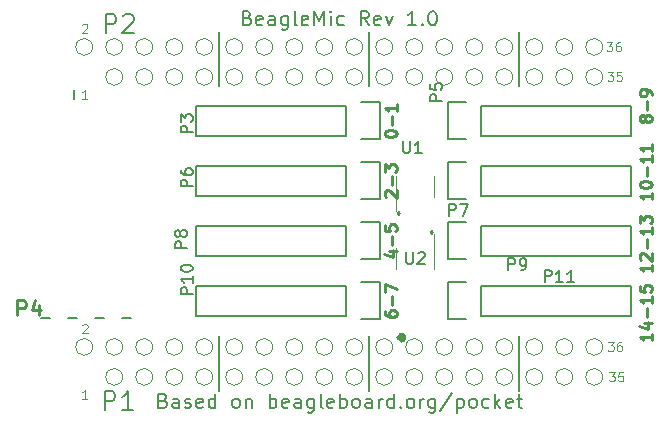
<source format=gto>
G04 #@! TF.FileFunction,Legend,Top*
%FSLAX46Y46*%
G04 Gerber Fmt 4.6, Leading zero omitted, Abs format (unit mm)*
G04 Created by KiCad (PCBNEW 4.0.5+dfsg1-4) date Sun Nov 25 11:48:41 2018*
%MOMM*%
%LPD*%
G01*
G04 APERTURE LIST*
%ADD10C,0.100000*%
%ADD11C,0.250000*%
%ADD12C,0.190500*%
%ADD13C,0.150000*%
%ADD14C,0.500000*%
%ADD15C,0.097536*%
%ADD16C,0.120000*%
%ADD17C,0.254000*%
%ADD18C,0.198120*%
G04 APERTURE END LIST*
D10*
D11*
X156257143Y-106700000D02*
X156304762Y-106652381D01*
X156352381Y-106700000D01*
X156304762Y-106747619D01*
X156257143Y-106700000D01*
X156352381Y-106700000D01*
X153457143Y-105100000D02*
X153504762Y-105052381D01*
X153552381Y-105100000D01*
X153504762Y-105147619D01*
X153457143Y-105100000D01*
X153552381Y-105100000D01*
X174950381Y-103361904D02*
X174950381Y-103933333D01*
X174950381Y-103647619D02*
X173950381Y-103647619D01*
X174093238Y-103742857D01*
X174188476Y-103838095D01*
X174236095Y-103933333D01*
X173950381Y-102742857D02*
X173950381Y-102647618D01*
X173998000Y-102552380D01*
X174045619Y-102504761D01*
X174140857Y-102457142D01*
X174331333Y-102409523D01*
X174569429Y-102409523D01*
X174759905Y-102457142D01*
X174855143Y-102504761D01*
X174902762Y-102552380D01*
X174950381Y-102647618D01*
X174950381Y-102742857D01*
X174902762Y-102838095D01*
X174855143Y-102885714D01*
X174759905Y-102933333D01*
X174569429Y-102980952D01*
X174331333Y-102980952D01*
X174140857Y-102933333D01*
X174045619Y-102885714D01*
X173998000Y-102838095D01*
X173950381Y-102742857D01*
X174569429Y-101980952D02*
X174569429Y-101219047D01*
X174950381Y-100219047D02*
X174950381Y-100790476D01*
X174950381Y-100504762D02*
X173950381Y-100504762D01*
X174093238Y-100600000D01*
X174188476Y-100695238D01*
X174236095Y-100790476D01*
X174950381Y-99266666D02*
X174950381Y-99838095D01*
X174950381Y-99552381D02*
X173950381Y-99552381D01*
X174093238Y-99647619D01*
X174188476Y-99742857D01*
X174236095Y-99838095D01*
X174378952Y-97202476D02*
X174331333Y-97297714D01*
X174283714Y-97345333D01*
X174188476Y-97392952D01*
X174140857Y-97392952D01*
X174045619Y-97345333D01*
X173998000Y-97297714D01*
X173950381Y-97202476D01*
X173950381Y-97011999D01*
X173998000Y-96916761D01*
X174045619Y-96869142D01*
X174140857Y-96821523D01*
X174188476Y-96821523D01*
X174283714Y-96869142D01*
X174331333Y-96916761D01*
X174378952Y-97011999D01*
X174378952Y-97202476D01*
X174426571Y-97297714D01*
X174474190Y-97345333D01*
X174569429Y-97392952D01*
X174759905Y-97392952D01*
X174855143Y-97345333D01*
X174902762Y-97297714D01*
X174950381Y-97202476D01*
X174950381Y-97011999D01*
X174902762Y-96916761D01*
X174855143Y-96869142D01*
X174759905Y-96821523D01*
X174569429Y-96821523D01*
X174474190Y-96869142D01*
X174426571Y-96916761D01*
X174378952Y-97011999D01*
X174569429Y-96392952D02*
X174569429Y-95631047D01*
X174950381Y-95107238D02*
X174950381Y-94916762D01*
X174902762Y-94821523D01*
X174855143Y-94773904D01*
X174712286Y-94678666D01*
X174521810Y-94631047D01*
X174140857Y-94631047D01*
X174045619Y-94678666D01*
X173998000Y-94726285D01*
X173950381Y-94821523D01*
X173950381Y-95012000D01*
X173998000Y-95107238D01*
X174045619Y-95154857D01*
X174140857Y-95202476D01*
X174378952Y-95202476D01*
X174474190Y-95154857D01*
X174521810Y-95107238D01*
X174569429Y-95012000D01*
X174569429Y-94821523D01*
X174521810Y-94726285D01*
X174474190Y-94678666D01*
X174378952Y-94631047D01*
X174950381Y-109457904D02*
X174950381Y-110029333D01*
X174950381Y-109743619D02*
X173950381Y-109743619D01*
X174093238Y-109838857D01*
X174188476Y-109934095D01*
X174236095Y-110029333D01*
X174045619Y-109076952D02*
X173998000Y-109029333D01*
X173950381Y-108934095D01*
X173950381Y-108695999D01*
X173998000Y-108600761D01*
X174045619Y-108553142D01*
X174140857Y-108505523D01*
X174236095Y-108505523D01*
X174378952Y-108553142D01*
X174950381Y-109124571D01*
X174950381Y-108505523D01*
X174569429Y-108076952D02*
X174569429Y-107315047D01*
X174950381Y-106315047D02*
X174950381Y-106886476D01*
X174950381Y-106600762D02*
X173950381Y-106600762D01*
X174093238Y-106696000D01*
X174188476Y-106791238D01*
X174236095Y-106886476D01*
X173950381Y-105981714D02*
X173950381Y-105362666D01*
X174331333Y-105696000D01*
X174331333Y-105553142D01*
X174378952Y-105457904D01*
X174426571Y-105410285D01*
X174521810Y-105362666D01*
X174759905Y-105362666D01*
X174855143Y-105410285D01*
X174902762Y-105457904D01*
X174950381Y-105553142D01*
X174950381Y-105838857D01*
X174902762Y-105934095D01*
X174855143Y-105981714D01*
X174950381Y-115299904D02*
X174950381Y-115871333D01*
X174950381Y-115585619D02*
X173950381Y-115585619D01*
X174093238Y-115680857D01*
X174188476Y-115776095D01*
X174236095Y-115871333D01*
X174283714Y-114442761D02*
X174950381Y-114442761D01*
X173902762Y-114680857D02*
X174617048Y-114918952D01*
X174617048Y-114299904D01*
X174569429Y-113918952D02*
X174569429Y-113157047D01*
X174950381Y-112157047D02*
X174950381Y-112728476D01*
X174950381Y-112442762D02*
X173950381Y-112442762D01*
X174093238Y-112538000D01*
X174188476Y-112633238D01*
X174236095Y-112728476D01*
X173950381Y-111252285D02*
X173950381Y-111728476D01*
X174426571Y-111776095D01*
X174378952Y-111728476D01*
X174331333Y-111633238D01*
X174331333Y-111395142D01*
X174378952Y-111299904D01*
X174426571Y-111252285D01*
X174521810Y-111204666D01*
X174759905Y-111204666D01*
X174855143Y-111252285D01*
X174902762Y-111299904D01*
X174950381Y-111395142D01*
X174950381Y-111633238D01*
X174902762Y-111728476D01*
X174855143Y-111776095D01*
X152360381Y-113426761D02*
X152360381Y-113617238D01*
X152408000Y-113712476D01*
X152455619Y-113760095D01*
X152598476Y-113855333D01*
X152788952Y-113902952D01*
X153169905Y-113902952D01*
X153265143Y-113855333D01*
X153312762Y-113807714D01*
X153360381Y-113712476D01*
X153360381Y-113521999D01*
X153312762Y-113426761D01*
X153265143Y-113379142D01*
X153169905Y-113331523D01*
X152931810Y-113331523D01*
X152836571Y-113379142D01*
X152788952Y-113426761D01*
X152741333Y-113521999D01*
X152741333Y-113712476D01*
X152788952Y-113807714D01*
X152836571Y-113855333D01*
X152931810Y-113902952D01*
X152979429Y-112902952D02*
X152979429Y-112141047D01*
X152360381Y-111760095D02*
X152360381Y-111093428D01*
X153360381Y-111522000D01*
X152693714Y-108346761D02*
X153360381Y-108346761D01*
X152312762Y-108584857D02*
X153027048Y-108822952D01*
X153027048Y-108203904D01*
X152979429Y-107822952D02*
X152979429Y-107061047D01*
X152360381Y-106108666D02*
X152360381Y-106584857D01*
X152836571Y-106632476D01*
X152788952Y-106584857D01*
X152741333Y-106489619D01*
X152741333Y-106251523D01*
X152788952Y-106156285D01*
X152836571Y-106108666D01*
X152931810Y-106061047D01*
X153169905Y-106061047D01*
X153265143Y-106108666D01*
X153312762Y-106156285D01*
X153360381Y-106251523D01*
X153360381Y-106489619D01*
X153312762Y-106584857D01*
X153265143Y-106632476D01*
X152455619Y-103742952D02*
X152408000Y-103695333D01*
X152360381Y-103600095D01*
X152360381Y-103361999D01*
X152408000Y-103266761D01*
X152455619Y-103219142D01*
X152550857Y-103171523D01*
X152646095Y-103171523D01*
X152788952Y-103219142D01*
X153360381Y-103790571D01*
X153360381Y-103171523D01*
X152979429Y-102742952D02*
X152979429Y-101981047D01*
X152360381Y-101600095D02*
X152360381Y-100981047D01*
X152741333Y-101314381D01*
X152741333Y-101171523D01*
X152788952Y-101076285D01*
X152836571Y-101028666D01*
X152931810Y-100981047D01*
X153169905Y-100981047D01*
X153265143Y-101028666D01*
X153312762Y-101076285D01*
X153360381Y-101171523D01*
X153360381Y-101457238D01*
X153312762Y-101552476D01*
X153265143Y-101600095D01*
X152360381Y-98424857D02*
X152360381Y-98329618D01*
X152408000Y-98234380D01*
X152455619Y-98186761D01*
X152550857Y-98139142D01*
X152741333Y-98091523D01*
X152979429Y-98091523D01*
X153169905Y-98139142D01*
X153265143Y-98186761D01*
X153312762Y-98234380D01*
X153360381Y-98329618D01*
X153360381Y-98424857D01*
X153312762Y-98520095D01*
X153265143Y-98567714D01*
X153169905Y-98615333D01*
X152979429Y-98662952D01*
X152741333Y-98662952D01*
X152550857Y-98615333D01*
X152455619Y-98567714D01*
X152408000Y-98520095D01*
X152360381Y-98424857D01*
X152979429Y-97662952D02*
X152979429Y-96901047D01*
X153360381Y-95901047D02*
X153360381Y-96472476D01*
X153360381Y-96186762D02*
X152360381Y-96186762D01*
X152503238Y-96282000D01*
X152598476Y-96377238D01*
X152646095Y-96472476D01*
D12*
X140724503Y-88565571D02*
X140896860Y-88623024D01*
X140954312Y-88680476D01*
X141011764Y-88795381D01*
X141011764Y-88967738D01*
X140954312Y-89082643D01*
X140896860Y-89140095D01*
X140781955Y-89197548D01*
X140322336Y-89197548D01*
X140322336Y-87991048D01*
X140724503Y-87991048D01*
X140839407Y-88048500D01*
X140896860Y-88105952D01*
X140954312Y-88220857D01*
X140954312Y-88335762D01*
X140896860Y-88450667D01*
X140839407Y-88508119D01*
X140724503Y-88565571D01*
X140322336Y-88565571D01*
X141988455Y-89140095D02*
X141873550Y-89197548D01*
X141643741Y-89197548D01*
X141528836Y-89140095D01*
X141471384Y-89025190D01*
X141471384Y-88565571D01*
X141528836Y-88450667D01*
X141643741Y-88393214D01*
X141873550Y-88393214D01*
X141988455Y-88450667D01*
X142045907Y-88565571D01*
X142045907Y-88680476D01*
X141471384Y-88795381D01*
X143080050Y-89197548D02*
X143080050Y-88565571D01*
X143022598Y-88450667D01*
X142907693Y-88393214D01*
X142677884Y-88393214D01*
X142562979Y-88450667D01*
X143080050Y-89140095D02*
X142965146Y-89197548D01*
X142677884Y-89197548D01*
X142562979Y-89140095D01*
X142505527Y-89025190D01*
X142505527Y-88910286D01*
X142562979Y-88795381D01*
X142677884Y-88737929D01*
X142965146Y-88737929D01*
X143080050Y-88680476D01*
X144171645Y-88393214D02*
X144171645Y-89369905D01*
X144114193Y-89484810D01*
X144056741Y-89542262D01*
X143941836Y-89599714D01*
X143769479Y-89599714D01*
X143654574Y-89542262D01*
X144171645Y-89140095D02*
X144056741Y-89197548D01*
X143826931Y-89197548D01*
X143712026Y-89140095D01*
X143654574Y-89082643D01*
X143597122Y-88967738D01*
X143597122Y-88623024D01*
X143654574Y-88508119D01*
X143712026Y-88450667D01*
X143826931Y-88393214D01*
X144056741Y-88393214D01*
X144171645Y-88450667D01*
X144918526Y-89197548D02*
X144803621Y-89140095D01*
X144746169Y-89025190D01*
X144746169Y-87991048D01*
X145837764Y-89140095D02*
X145722859Y-89197548D01*
X145493050Y-89197548D01*
X145378145Y-89140095D01*
X145320693Y-89025190D01*
X145320693Y-88565571D01*
X145378145Y-88450667D01*
X145493050Y-88393214D01*
X145722859Y-88393214D01*
X145837764Y-88450667D01*
X145895216Y-88565571D01*
X145895216Y-88680476D01*
X145320693Y-88795381D01*
X146412288Y-89197548D02*
X146412288Y-87991048D01*
X146814455Y-88852833D01*
X147216621Y-87991048D01*
X147216621Y-89197548D01*
X147791145Y-89197548D02*
X147791145Y-88393214D01*
X147791145Y-87991048D02*
X147733693Y-88048500D01*
X147791145Y-88105952D01*
X147848597Y-88048500D01*
X147791145Y-87991048D01*
X147791145Y-88105952D01*
X148882740Y-89140095D02*
X148767836Y-89197548D01*
X148538026Y-89197548D01*
X148423121Y-89140095D01*
X148365669Y-89082643D01*
X148308217Y-88967738D01*
X148308217Y-88623024D01*
X148365669Y-88508119D01*
X148423121Y-88450667D01*
X148538026Y-88393214D01*
X148767836Y-88393214D01*
X148882740Y-88450667D01*
X151008478Y-89197548D02*
X150606312Y-88623024D01*
X150319050Y-89197548D02*
X150319050Y-87991048D01*
X150778669Y-87991048D01*
X150893574Y-88048500D01*
X150951026Y-88105952D01*
X151008478Y-88220857D01*
X151008478Y-88393214D01*
X150951026Y-88508119D01*
X150893574Y-88565571D01*
X150778669Y-88623024D01*
X150319050Y-88623024D01*
X151985169Y-89140095D02*
X151870264Y-89197548D01*
X151640455Y-89197548D01*
X151525550Y-89140095D01*
X151468098Y-89025190D01*
X151468098Y-88565571D01*
X151525550Y-88450667D01*
X151640455Y-88393214D01*
X151870264Y-88393214D01*
X151985169Y-88450667D01*
X152042621Y-88565571D01*
X152042621Y-88680476D01*
X151468098Y-88795381D01*
X152444788Y-88393214D02*
X152732050Y-89197548D01*
X153019312Y-88393214D01*
X155030145Y-89197548D02*
X154340717Y-89197548D01*
X154685431Y-89197548D02*
X154685431Y-87991048D01*
X154570526Y-88163405D01*
X154455621Y-88278310D01*
X154340717Y-88335762D01*
X155547217Y-89082643D02*
X155604669Y-89140095D01*
X155547217Y-89197548D01*
X155489765Y-89140095D01*
X155547217Y-89082643D01*
X155547217Y-89197548D01*
X156351550Y-87991048D02*
X156466455Y-87991048D01*
X156581360Y-88048500D01*
X156638812Y-88105952D01*
X156696265Y-88220857D01*
X156753717Y-88450667D01*
X156753717Y-88737929D01*
X156696265Y-88967738D01*
X156638812Y-89082643D01*
X156581360Y-89140095D01*
X156466455Y-89197548D01*
X156351550Y-89197548D01*
X156236646Y-89140095D01*
X156179193Y-89082643D01*
X156121741Y-88967738D01*
X156064289Y-88737929D01*
X156064289Y-88450667D01*
X156121741Y-88220857D01*
X156179193Y-88105952D01*
X156236646Y-88048500D01*
X156351550Y-87991048D01*
X133600410Y-120975971D02*
X133772767Y-121033424D01*
X133830219Y-121090876D01*
X133887671Y-121205781D01*
X133887671Y-121378138D01*
X133830219Y-121493043D01*
X133772767Y-121550495D01*
X133657862Y-121607948D01*
X133198243Y-121607948D01*
X133198243Y-120401448D01*
X133600410Y-120401448D01*
X133715314Y-120458900D01*
X133772767Y-120516352D01*
X133830219Y-120631257D01*
X133830219Y-120746162D01*
X133772767Y-120861067D01*
X133715314Y-120918519D01*
X133600410Y-120975971D01*
X133198243Y-120975971D01*
X134921814Y-121607948D02*
X134921814Y-120975971D01*
X134864362Y-120861067D01*
X134749457Y-120803614D01*
X134519648Y-120803614D01*
X134404743Y-120861067D01*
X134921814Y-121550495D02*
X134806910Y-121607948D01*
X134519648Y-121607948D01*
X134404743Y-121550495D01*
X134347291Y-121435590D01*
X134347291Y-121320686D01*
X134404743Y-121205781D01*
X134519648Y-121148329D01*
X134806910Y-121148329D01*
X134921814Y-121090876D01*
X135438886Y-121550495D02*
X135553790Y-121607948D01*
X135783600Y-121607948D01*
X135898505Y-121550495D01*
X135955957Y-121435590D01*
X135955957Y-121378138D01*
X135898505Y-121263233D01*
X135783600Y-121205781D01*
X135611243Y-121205781D01*
X135496338Y-121148329D01*
X135438886Y-121033424D01*
X135438886Y-120975971D01*
X135496338Y-120861067D01*
X135611243Y-120803614D01*
X135783600Y-120803614D01*
X135898505Y-120861067D01*
X136932647Y-121550495D02*
X136817742Y-121607948D01*
X136587933Y-121607948D01*
X136473028Y-121550495D01*
X136415576Y-121435590D01*
X136415576Y-120975971D01*
X136473028Y-120861067D01*
X136587933Y-120803614D01*
X136817742Y-120803614D01*
X136932647Y-120861067D01*
X136990099Y-120975971D01*
X136990099Y-121090876D01*
X136415576Y-121205781D01*
X138024242Y-121607948D02*
X138024242Y-120401448D01*
X138024242Y-121550495D02*
X137909338Y-121607948D01*
X137679528Y-121607948D01*
X137564623Y-121550495D01*
X137507171Y-121493043D01*
X137449719Y-121378138D01*
X137449719Y-121033424D01*
X137507171Y-120918519D01*
X137564623Y-120861067D01*
X137679528Y-120803614D01*
X137909338Y-120803614D01*
X138024242Y-120861067D01*
X139690361Y-121607948D02*
X139575456Y-121550495D01*
X139518004Y-121493043D01*
X139460552Y-121378138D01*
X139460552Y-121033424D01*
X139518004Y-120918519D01*
X139575456Y-120861067D01*
X139690361Y-120803614D01*
X139862718Y-120803614D01*
X139977623Y-120861067D01*
X140035075Y-120918519D01*
X140092528Y-121033424D01*
X140092528Y-121378138D01*
X140035075Y-121493043D01*
X139977623Y-121550495D01*
X139862718Y-121607948D01*
X139690361Y-121607948D01*
X140609599Y-120803614D02*
X140609599Y-121607948D01*
X140609599Y-120918519D02*
X140667051Y-120861067D01*
X140781956Y-120803614D01*
X140954313Y-120803614D01*
X141069218Y-120861067D01*
X141126670Y-120975971D01*
X141126670Y-121607948D01*
X142620432Y-121607948D02*
X142620432Y-120401448D01*
X142620432Y-120861067D02*
X142735337Y-120803614D01*
X142965146Y-120803614D01*
X143080051Y-120861067D01*
X143137503Y-120918519D01*
X143194956Y-121033424D01*
X143194956Y-121378138D01*
X143137503Y-121493043D01*
X143080051Y-121550495D01*
X142965146Y-121607948D01*
X142735337Y-121607948D01*
X142620432Y-121550495D01*
X144171646Y-121550495D02*
X144056741Y-121607948D01*
X143826932Y-121607948D01*
X143712027Y-121550495D01*
X143654575Y-121435590D01*
X143654575Y-120975971D01*
X143712027Y-120861067D01*
X143826932Y-120803614D01*
X144056741Y-120803614D01*
X144171646Y-120861067D01*
X144229098Y-120975971D01*
X144229098Y-121090876D01*
X143654575Y-121205781D01*
X145263241Y-121607948D02*
X145263241Y-120975971D01*
X145205789Y-120861067D01*
X145090884Y-120803614D01*
X144861075Y-120803614D01*
X144746170Y-120861067D01*
X145263241Y-121550495D02*
X145148337Y-121607948D01*
X144861075Y-121607948D01*
X144746170Y-121550495D01*
X144688718Y-121435590D01*
X144688718Y-121320686D01*
X144746170Y-121205781D01*
X144861075Y-121148329D01*
X145148337Y-121148329D01*
X145263241Y-121090876D01*
X146354836Y-120803614D02*
X146354836Y-121780305D01*
X146297384Y-121895210D01*
X146239932Y-121952662D01*
X146125027Y-122010114D01*
X145952670Y-122010114D01*
X145837765Y-121952662D01*
X146354836Y-121550495D02*
X146239932Y-121607948D01*
X146010122Y-121607948D01*
X145895217Y-121550495D01*
X145837765Y-121493043D01*
X145780313Y-121378138D01*
X145780313Y-121033424D01*
X145837765Y-120918519D01*
X145895217Y-120861067D01*
X146010122Y-120803614D01*
X146239932Y-120803614D01*
X146354836Y-120861067D01*
X147101717Y-121607948D02*
X146986812Y-121550495D01*
X146929360Y-121435590D01*
X146929360Y-120401448D01*
X148020955Y-121550495D02*
X147906050Y-121607948D01*
X147676241Y-121607948D01*
X147561336Y-121550495D01*
X147503884Y-121435590D01*
X147503884Y-120975971D01*
X147561336Y-120861067D01*
X147676241Y-120803614D01*
X147906050Y-120803614D01*
X148020955Y-120861067D01*
X148078407Y-120975971D01*
X148078407Y-121090876D01*
X147503884Y-121205781D01*
X148595479Y-121607948D02*
X148595479Y-120401448D01*
X148595479Y-120861067D02*
X148710384Y-120803614D01*
X148940193Y-120803614D01*
X149055098Y-120861067D01*
X149112550Y-120918519D01*
X149170003Y-121033424D01*
X149170003Y-121378138D01*
X149112550Y-121493043D01*
X149055098Y-121550495D01*
X148940193Y-121607948D01*
X148710384Y-121607948D01*
X148595479Y-121550495D01*
X149859431Y-121607948D02*
X149744526Y-121550495D01*
X149687074Y-121493043D01*
X149629622Y-121378138D01*
X149629622Y-121033424D01*
X149687074Y-120918519D01*
X149744526Y-120861067D01*
X149859431Y-120803614D01*
X150031788Y-120803614D01*
X150146693Y-120861067D01*
X150204145Y-120918519D01*
X150261598Y-121033424D01*
X150261598Y-121378138D01*
X150204145Y-121493043D01*
X150146693Y-121550495D01*
X150031788Y-121607948D01*
X149859431Y-121607948D01*
X151295740Y-121607948D02*
X151295740Y-120975971D01*
X151238288Y-120861067D01*
X151123383Y-120803614D01*
X150893574Y-120803614D01*
X150778669Y-120861067D01*
X151295740Y-121550495D02*
X151180836Y-121607948D01*
X150893574Y-121607948D01*
X150778669Y-121550495D01*
X150721217Y-121435590D01*
X150721217Y-121320686D01*
X150778669Y-121205781D01*
X150893574Y-121148329D01*
X151180836Y-121148329D01*
X151295740Y-121090876D01*
X151870264Y-121607948D02*
X151870264Y-120803614D01*
X151870264Y-121033424D02*
X151927716Y-120918519D01*
X151985169Y-120861067D01*
X152100073Y-120803614D01*
X152214978Y-120803614D01*
X153134216Y-121607948D02*
X153134216Y-120401448D01*
X153134216Y-121550495D02*
X153019312Y-121607948D01*
X152789502Y-121607948D01*
X152674597Y-121550495D01*
X152617145Y-121493043D01*
X152559693Y-121378138D01*
X152559693Y-121033424D01*
X152617145Y-120918519D01*
X152674597Y-120861067D01*
X152789502Y-120803614D01*
X153019312Y-120803614D01*
X153134216Y-120861067D01*
X153708740Y-121493043D02*
X153766192Y-121550495D01*
X153708740Y-121607948D01*
X153651288Y-121550495D01*
X153708740Y-121493043D01*
X153708740Y-121607948D01*
X154455621Y-121607948D02*
X154340716Y-121550495D01*
X154283264Y-121493043D01*
X154225812Y-121378138D01*
X154225812Y-121033424D01*
X154283264Y-120918519D01*
X154340716Y-120861067D01*
X154455621Y-120803614D01*
X154627978Y-120803614D01*
X154742883Y-120861067D01*
X154800335Y-120918519D01*
X154857788Y-121033424D01*
X154857788Y-121378138D01*
X154800335Y-121493043D01*
X154742883Y-121550495D01*
X154627978Y-121607948D01*
X154455621Y-121607948D01*
X155374859Y-121607948D02*
X155374859Y-120803614D01*
X155374859Y-121033424D02*
X155432311Y-120918519D01*
X155489764Y-120861067D01*
X155604668Y-120803614D01*
X155719573Y-120803614D01*
X156638811Y-120803614D02*
X156638811Y-121780305D01*
X156581359Y-121895210D01*
X156523907Y-121952662D01*
X156409002Y-122010114D01*
X156236645Y-122010114D01*
X156121740Y-121952662D01*
X156638811Y-121550495D02*
X156523907Y-121607948D01*
X156294097Y-121607948D01*
X156179192Y-121550495D01*
X156121740Y-121493043D01*
X156064288Y-121378138D01*
X156064288Y-121033424D01*
X156121740Y-120918519D01*
X156179192Y-120861067D01*
X156294097Y-120803614D01*
X156523907Y-120803614D01*
X156638811Y-120861067D01*
X158075121Y-120343995D02*
X157040978Y-121895210D01*
X158477287Y-120803614D02*
X158477287Y-122010114D01*
X158477287Y-120861067D02*
X158592192Y-120803614D01*
X158822001Y-120803614D01*
X158936906Y-120861067D01*
X158994358Y-120918519D01*
X159051811Y-121033424D01*
X159051811Y-121378138D01*
X158994358Y-121493043D01*
X158936906Y-121550495D01*
X158822001Y-121607948D01*
X158592192Y-121607948D01*
X158477287Y-121550495D01*
X159741239Y-121607948D02*
X159626334Y-121550495D01*
X159568882Y-121493043D01*
X159511430Y-121378138D01*
X159511430Y-121033424D01*
X159568882Y-120918519D01*
X159626334Y-120861067D01*
X159741239Y-120803614D01*
X159913596Y-120803614D01*
X160028501Y-120861067D01*
X160085953Y-120918519D01*
X160143406Y-121033424D01*
X160143406Y-121378138D01*
X160085953Y-121493043D01*
X160028501Y-121550495D01*
X159913596Y-121607948D01*
X159741239Y-121607948D01*
X161177548Y-121550495D02*
X161062644Y-121607948D01*
X160832834Y-121607948D01*
X160717929Y-121550495D01*
X160660477Y-121493043D01*
X160603025Y-121378138D01*
X160603025Y-121033424D01*
X160660477Y-120918519D01*
X160717929Y-120861067D01*
X160832834Y-120803614D01*
X161062644Y-120803614D01*
X161177548Y-120861067D01*
X161694620Y-121607948D02*
X161694620Y-120401448D01*
X161809525Y-121148329D02*
X162154239Y-121607948D01*
X162154239Y-120803614D02*
X161694620Y-121263233D01*
X163130929Y-121550495D02*
X163016024Y-121607948D01*
X162786215Y-121607948D01*
X162671310Y-121550495D01*
X162613858Y-121435590D01*
X162613858Y-120975971D01*
X162671310Y-120861067D01*
X162786215Y-120803614D01*
X163016024Y-120803614D01*
X163130929Y-120861067D01*
X163188381Y-120975971D01*
X163188381Y-121090876D01*
X162613858Y-121205781D01*
X163533096Y-120803614D02*
X163992715Y-120803614D01*
X163705453Y-120401448D02*
X163705453Y-121435590D01*
X163762905Y-121550495D01*
X163877810Y-121607948D01*
X163992715Y-121607948D01*
D13*
X138349300Y-115493200D02*
X138349300Y-120141400D01*
X138349300Y-94385800D02*
X138349300Y-89737600D01*
X151049300Y-115493200D02*
X151049300Y-120141400D01*
X163749300Y-115493200D02*
X163749300Y-120141400D01*
X151049300Y-94385800D02*
X151049300Y-89737600D01*
X163749300Y-94385800D02*
X163749300Y-89737600D01*
X125573100Y-113994600D02*
X126335100Y-113994600D01*
X127859100Y-113994600D02*
X128621100Y-113994600D01*
X123287100Y-113994600D02*
X124049100Y-113994600D01*
X130145100Y-113994600D02*
X130907100Y-113994600D01*
D14*
X153946703Y-115645600D02*
G75*
G03X153946703Y-115645600I-179603J0D01*
G01*
D15*
X127170617Y-120825990D02*
X126729383Y-120825990D01*
X126950000Y-120825990D02*
X126950000Y-120053830D01*
X126876461Y-120164139D01*
X126802922Y-120237678D01*
X126729383Y-120274448D01*
X126749483Y-89139370D02*
X126786253Y-89102600D01*
X126859792Y-89065830D01*
X127043639Y-89065830D01*
X127117178Y-89102600D01*
X127153948Y-89139370D01*
X127190717Y-89212909D01*
X127190717Y-89286448D01*
X127153948Y-89396756D01*
X126712714Y-89837990D01*
X127190717Y-89837990D01*
X171153909Y-90636150D02*
X171631912Y-90636150D01*
X171374526Y-90930307D01*
X171484834Y-90930307D01*
X171558373Y-90967076D01*
X171595143Y-91003846D01*
X171631912Y-91077385D01*
X171631912Y-91261232D01*
X171595143Y-91334771D01*
X171558373Y-91371541D01*
X171484834Y-91408310D01*
X171264217Y-91408310D01*
X171190678Y-91371541D01*
X171153909Y-91334771D01*
X172293763Y-90636150D02*
X172146685Y-90636150D01*
X172073146Y-90672920D01*
X172036377Y-90709690D01*
X171962838Y-90819998D01*
X171926068Y-90967076D01*
X171926068Y-91261232D01*
X171962838Y-91334771D01*
X171999607Y-91371541D01*
X172073146Y-91408310D01*
X172220224Y-91408310D01*
X172293763Y-91371541D01*
X172330533Y-91334771D01*
X172367302Y-91261232D01*
X172367302Y-91077385D01*
X172330533Y-91003846D01*
X172293763Y-90967076D01*
X172220224Y-90930307D01*
X172073146Y-90930307D01*
X171999607Y-90967076D01*
X171962838Y-91003846D01*
X171926068Y-91077385D01*
X171357109Y-118576150D02*
X171835112Y-118576150D01*
X171577726Y-118870307D01*
X171688034Y-118870307D01*
X171761573Y-118907076D01*
X171798343Y-118943846D01*
X171835112Y-119017385D01*
X171835112Y-119201232D01*
X171798343Y-119274771D01*
X171761573Y-119311541D01*
X171688034Y-119348310D01*
X171467417Y-119348310D01*
X171393878Y-119311541D01*
X171357109Y-119274771D01*
X172533733Y-118576150D02*
X172166038Y-118576150D01*
X172129268Y-118943846D01*
X172166038Y-118907076D01*
X172239577Y-118870307D01*
X172423424Y-118870307D01*
X172496963Y-118907076D01*
X172533733Y-118943846D01*
X172570502Y-119017385D01*
X172570502Y-119201232D01*
X172533733Y-119274771D01*
X172496963Y-119311541D01*
X172423424Y-119348310D01*
X172239577Y-119348310D01*
X172166038Y-119311541D01*
X172129268Y-119274771D01*
X171230109Y-93150750D02*
X171708112Y-93150750D01*
X171450726Y-93444907D01*
X171561034Y-93444907D01*
X171634573Y-93481676D01*
X171671343Y-93518446D01*
X171708112Y-93591985D01*
X171708112Y-93775832D01*
X171671343Y-93849371D01*
X171634573Y-93886141D01*
X171561034Y-93922910D01*
X171340417Y-93922910D01*
X171266878Y-93886141D01*
X171230109Y-93849371D01*
X172406733Y-93150750D02*
X172039038Y-93150750D01*
X172002268Y-93518446D01*
X172039038Y-93481676D01*
X172112577Y-93444907D01*
X172296424Y-93444907D01*
X172369963Y-93481676D01*
X172406733Y-93518446D01*
X172443502Y-93591985D01*
X172443502Y-93775832D01*
X172406733Y-93849371D01*
X172369963Y-93886141D01*
X172296424Y-93922910D01*
X172112577Y-93922910D01*
X172039038Y-93886141D01*
X172002268Y-93849371D01*
X171255509Y-116010750D02*
X171733512Y-116010750D01*
X171476126Y-116304907D01*
X171586434Y-116304907D01*
X171659973Y-116341676D01*
X171696743Y-116378446D01*
X171733512Y-116451985D01*
X171733512Y-116635832D01*
X171696743Y-116709371D01*
X171659973Y-116746141D01*
X171586434Y-116782910D01*
X171365817Y-116782910D01*
X171292278Y-116746141D01*
X171255509Y-116709371D01*
X172395363Y-116010750D02*
X172248285Y-116010750D01*
X172174746Y-116047520D01*
X172137977Y-116084290D01*
X172064438Y-116194598D01*
X172027668Y-116341676D01*
X172027668Y-116635832D01*
X172064438Y-116709371D01*
X172101207Y-116746141D01*
X172174746Y-116782910D01*
X172321824Y-116782910D01*
X172395363Y-116746141D01*
X172432133Y-116709371D01*
X172468902Y-116635832D01*
X172468902Y-116451985D01*
X172432133Y-116378446D01*
X172395363Y-116341676D01*
X172321824Y-116304907D01*
X172174746Y-116304907D01*
X172101207Y-116341676D01*
X172064438Y-116378446D01*
X172027668Y-116451985D01*
X126761688Y-114586770D02*
X126798458Y-114550000D01*
X126871997Y-114513230D01*
X127055844Y-114513230D01*
X127129383Y-114550000D01*
X127166153Y-114586770D01*
X127202922Y-114660309D01*
X127202922Y-114733848D01*
X127166153Y-114844156D01*
X126724919Y-115285390D01*
X127202922Y-115285390D01*
X127190717Y-95425990D02*
X126749483Y-95425990D01*
X126970100Y-95425990D02*
X126970100Y-94653830D01*
X126896561Y-94764139D01*
X126823022Y-94837678D01*
X126749483Y-94874448D01*
D13*
X126081100Y-95452600D02*
X126081100Y-94690600D01*
X149098000Y-98552000D02*
X136398000Y-98552000D01*
X136398000Y-98552000D02*
X136398000Y-96012000D01*
X136398000Y-96012000D02*
X149098000Y-96012000D01*
X151918000Y-98832000D02*
X150368000Y-98832000D01*
X149098000Y-98552000D02*
X149098000Y-96012000D01*
X150368000Y-95732000D02*
X151918000Y-95732000D01*
X151918000Y-95732000D02*
X151918000Y-98832000D01*
X160528000Y-96012000D02*
X173228000Y-96012000D01*
X173228000Y-96012000D02*
X173228000Y-98552000D01*
X173228000Y-98552000D02*
X160528000Y-98552000D01*
X157708000Y-95732000D02*
X159258000Y-95732000D01*
X160528000Y-96012000D02*
X160528000Y-98552000D01*
X159258000Y-98832000D02*
X157708000Y-98832000D01*
X157708000Y-98832000D02*
X157708000Y-95732000D01*
X149098000Y-103632000D02*
X136398000Y-103632000D01*
X136398000Y-103632000D02*
X136398000Y-101092000D01*
X136398000Y-101092000D02*
X149098000Y-101092000D01*
X151918000Y-103912000D02*
X150368000Y-103912000D01*
X149098000Y-103632000D02*
X149098000Y-101092000D01*
X150368000Y-100812000D02*
X151918000Y-100812000D01*
X151918000Y-100812000D02*
X151918000Y-103912000D01*
X160528000Y-101092000D02*
X173228000Y-101092000D01*
X173228000Y-101092000D02*
X173228000Y-103632000D01*
X173228000Y-103632000D02*
X160528000Y-103632000D01*
X157708000Y-100812000D02*
X159258000Y-100812000D01*
X160528000Y-101092000D02*
X160528000Y-103632000D01*
X159258000Y-103912000D02*
X157708000Y-103912000D01*
X157708000Y-103912000D02*
X157708000Y-100812000D01*
X149098000Y-108712000D02*
X136398000Y-108712000D01*
X136398000Y-108712000D02*
X136398000Y-106172000D01*
X136398000Y-106172000D02*
X149098000Y-106172000D01*
X151918000Y-108992000D02*
X150368000Y-108992000D01*
X149098000Y-108712000D02*
X149098000Y-106172000D01*
X150368000Y-105892000D02*
X151918000Y-105892000D01*
X151918000Y-105892000D02*
X151918000Y-108992000D01*
X160528000Y-106172000D02*
X173228000Y-106172000D01*
X173228000Y-106172000D02*
X173228000Y-108712000D01*
X173228000Y-108712000D02*
X160528000Y-108712000D01*
X157708000Y-105892000D02*
X159258000Y-105892000D01*
X160528000Y-106172000D02*
X160528000Y-108712000D01*
X159258000Y-108992000D02*
X157708000Y-108992000D01*
X157708000Y-108992000D02*
X157708000Y-105892000D01*
X149098000Y-113792000D02*
X136398000Y-113792000D01*
X136398000Y-113792000D02*
X136398000Y-111252000D01*
X136398000Y-111252000D02*
X149098000Y-111252000D01*
X151918000Y-114072000D02*
X150368000Y-114072000D01*
X149098000Y-113792000D02*
X149098000Y-111252000D01*
X150368000Y-110972000D02*
X151918000Y-110972000D01*
X151918000Y-110972000D02*
X151918000Y-114072000D01*
X160528000Y-111252000D02*
X173228000Y-111252000D01*
X173228000Y-111252000D02*
X173228000Y-113792000D01*
X173228000Y-113792000D02*
X160528000Y-113792000D01*
X157708000Y-110972000D02*
X159258000Y-110972000D01*
X160528000Y-111252000D02*
X160528000Y-113792000D01*
X159258000Y-114072000D02*
X157708000Y-114072000D01*
X157708000Y-114072000D02*
X157708000Y-110972000D01*
D16*
X156550000Y-103770000D02*
X156550000Y-101970000D01*
X153330000Y-101970000D02*
X153330000Y-104920000D01*
X153330000Y-108066000D02*
X153330000Y-109866000D01*
X156550000Y-109866000D02*
X156550000Y-106916000D01*
D10*
X170803100Y-116433600D02*
G75*
G03X170803100Y-116433600I-712000J0D01*
G01*
X170803100Y-118973600D02*
G75*
G03X170803100Y-118973600I-712000J0D01*
G01*
X168263100Y-116433600D02*
G75*
G03X168263100Y-116433600I-712000J0D01*
G01*
X168263100Y-118973600D02*
G75*
G03X168263100Y-118973600I-712000J0D01*
G01*
X165723100Y-116433600D02*
G75*
G03X165723100Y-116433600I-712000J0D01*
G01*
X165723100Y-118973600D02*
G75*
G03X165723100Y-118973600I-712000J0D01*
G01*
X163183100Y-116433600D02*
G75*
G03X163183100Y-116433600I-712000J0D01*
G01*
X163183100Y-118973600D02*
G75*
G03X163183100Y-118973600I-712000J0D01*
G01*
X160643100Y-116433600D02*
G75*
G03X160643100Y-116433600I-712000J0D01*
G01*
X160643100Y-118973600D02*
G75*
G03X160643100Y-118973600I-712000J0D01*
G01*
X158103100Y-116433600D02*
G75*
G03X158103100Y-116433600I-712000J0D01*
G01*
X158103100Y-118973600D02*
G75*
G03X158103100Y-118973600I-712000J0D01*
G01*
X155563100Y-116433600D02*
G75*
G03X155563100Y-116433600I-712000J0D01*
G01*
X155563100Y-118973600D02*
G75*
G03X155563100Y-118973600I-712000J0D01*
G01*
X153023100Y-116433600D02*
G75*
G03X153023100Y-116433600I-712000J0D01*
G01*
X153023100Y-118973600D02*
G75*
G03X153023100Y-118973600I-712000J0D01*
G01*
X150483100Y-116433600D02*
G75*
G03X150483100Y-116433600I-712000J0D01*
G01*
X150483100Y-118973600D02*
G75*
G03X150483100Y-118973600I-712000J0D01*
G01*
X147943100Y-116433600D02*
G75*
G03X147943100Y-116433600I-712000J0D01*
G01*
X147943100Y-118973600D02*
G75*
G03X147943100Y-118973600I-712000J0D01*
G01*
X145403100Y-116433600D02*
G75*
G03X145403100Y-116433600I-712000J0D01*
G01*
X145403100Y-118973600D02*
G75*
G03X145403100Y-118973600I-712000J0D01*
G01*
X142863100Y-116433600D02*
G75*
G03X142863100Y-116433600I-712000J0D01*
G01*
X142863100Y-118973600D02*
G75*
G03X142863100Y-118973600I-712000J0D01*
G01*
X140323100Y-116433600D02*
G75*
G03X140323100Y-116433600I-712000J0D01*
G01*
X140323100Y-118973600D02*
G75*
G03X140323100Y-118973600I-712000J0D01*
G01*
X137783100Y-116433600D02*
G75*
G03X137783100Y-116433600I-712000J0D01*
G01*
X137783100Y-118973600D02*
G75*
G03X137783100Y-118973600I-712000J0D01*
G01*
X135243100Y-116433600D02*
G75*
G03X135243100Y-116433600I-712000J0D01*
G01*
X135243100Y-118973600D02*
G75*
G03X135243100Y-118973600I-712000J0D01*
G01*
X132703100Y-116433600D02*
G75*
G03X132703100Y-116433600I-712000J0D01*
G01*
X132703100Y-118973600D02*
G75*
G03X132703100Y-118973600I-712000J0D01*
G01*
X130163100Y-116433600D02*
G75*
G03X130163100Y-116433600I-712000J0D01*
G01*
X130163100Y-118973600D02*
G75*
G03X130163100Y-118973600I-712000J0D01*
G01*
X127623100Y-116433600D02*
G75*
G03X127623100Y-116433600I-712000J0D01*
G01*
X170803100Y-91033600D02*
G75*
G03X170803100Y-91033600I-712000J0D01*
G01*
X170803100Y-93573600D02*
G75*
G03X170803100Y-93573600I-712000J0D01*
G01*
X168263100Y-91033600D02*
G75*
G03X168263100Y-91033600I-712000J0D01*
G01*
X168263100Y-93573600D02*
G75*
G03X168263100Y-93573600I-712000J0D01*
G01*
X165723100Y-91033600D02*
G75*
G03X165723100Y-91033600I-712000J0D01*
G01*
X165723100Y-93573600D02*
G75*
G03X165723100Y-93573600I-712000J0D01*
G01*
X163183100Y-91033600D02*
G75*
G03X163183100Y-91033600I-712000J0D01*
G01*
X163183100Y-93573600D02*
G75*
G03X163183100Y-93573600I-712000J0D01*
G01*
X160643100Y-91033600D02*
G75*
G03X160643100Y-91033600I-712000J0D01*
G01*
X160643100Y-93573600D02*
G75*
G03X160643100Y-93573600I-712000J0D01*
G01*
X158103100Y-91033600D02*
G75*
G03X158103100Y-91033600I-712000J0D01*
G01*
X158103100Y-93573600D02*
G75*
G03X158103100Y-93573600I-712000J0D01*
G01*
X155563100Y-91033600D02*
G75*
G03X155563100Y-91033600I-712000J0D01*
G01*
X155563100Y-93573600D02*
G75*
G03X155563100Y-93573600I-712000J0D01*
G01*
X153023100Y-91033600D02*
G75*
G03X153023100Y-91033600I-712000J0D01*
G01*
X153023100Y-93573600D02*
G75*
G03X153023100Y-93573600I-712000J0D01*
G01*
X150483100Y-91033600D02*
G75*
G03X150483100Y-91033600I-712000J0D01*
G01*
X150483100Y-93573600D02*
G75*
G03X150483100Y-93573600I-712000J0D01*
G01*
X147943100Y-91033600D02*
G75*
G03X147943100Y-91033600I-712000J0D01*
G01*
X147943100Y-93573600D02*
G75*
G03X147943100Y-93573600I-712000J0D01*
G01*
X145403100Y-91033600D02*
G75*
G03X145403100Y-91033600I-712000J0D01*
G01*
X145403100Y-93573600D02*
G75*
G03X145403100Y-93573600I-712000J0D01*
G01*
X142863100Y-91033600D02*
G75*
G03X142863100Y-91033600I-712000J0D01*
G01*
X142863100Y-93573600D02*
G75*
G03X142863100Y-93573600I-712000J0D01*
G01*
X140323100Y-91033600D02*
G75*
G03X140323100Y-91033600I-712000J0D01*
G01*
X140323100Y-93573600D02*
G75*
G03X140323100Y-93573600I-712000J0D01*
G01*
X137783100Y-91033600D02*
G75*
G03X137783100Y-91033600I-712000J0D01*
G01*
X137783100Y-93573600D02*
G75*
G03X137783100Y-93573600I-712000J0D01*
G01*
X135243100Y-91033600D02*
G75*
G03X135243100Y-91033600I-712000J0D01*
G01*
X135243100Y-93573600D02*
G75*
G03X135243100Y-93573600I-712000J0D01*
G01*
X132703100Y-91033600D02*
G75*
G03X132703100Y-91033600I-712000J0D01*
G01*
X132703100Y-93573600D02*
G75*
G03X132703100Y-93573600I-712000J0D01*
G01*
X130163100Y-91033600D02*
G75*
G03X130163100Y-91033600I-712000J0D01*
G01*
X130163100Y-93573600D02*
G75*
G03X130163100Y-93573600I-712000J0D01*
G01*
X127623100Y-91033600D02*
G75*
G03X127623100Y-91033600I-712000J0D01*
G01*
D17*
X121262619Y-113774524D02*
X121262619Y-112504524D01*
X121746428Y-112504524D01*
X121867381Y-112565000D01*
X121927857Y-112625476D01*
X121988333Y-112746429D01*
X121988333Y-112927857D01*
X121927857Y-113048810D01*
X121867381Y-113109286D01*
X121746428Y-113169762D01*
X121262619Y-113169762D01*
X123076905Y-112927857D02*
X123076905Y-113774524D01*
X122774524Y-112444048D02*
X122472143Y-113351190D01*
X123258333Y-113351190D01*
D18*
X128656654Y-121758317D02*
X128656654Y-120189867D01*
X129254159Y-120189867D01*
X129403535Y-120264555D01*
X129478224Y-120339243D01*
X129552912Y-120488619D01*
X129552912Y-120712684D01*
X129478224Y-120862060D01*
X129403535Y-120936748D01*
X129254159Y-121011436D01*
X128656654Y-121011436D01*
X131046674Y-121758317D02*
X130150416Y-121758317D01*
X130598545Y-121758317D02*
X130598545Y-120189867D01*
X130449169Y-120413931D01*
X130299793Y-120563307D01*
X130150416Y-120637995D01*
D13*
D18*
X128737934Y-89858457D02*
X128737934Y-88290007D01*
X129335439Y-88290007D01*
X129484815Y-88364695D01*
X129559504Y-88439383D01*
X129634192Y-88588759D01*
X129634192Y-88812824D01*
X129559504Y-88962200D01*
X129484815Y-89036888D01*
X129335439Y-89111576D01*
X128737934Y-89111576D01*
X130231696Y-88439383D02*
X130306384Y-88364695D01*
X130455761Y-88290007D01*
X130829201Y-88290007D01*
X130978577Y-88364695D01*
X131053265Y-88439383D01*
X131127954Y-88588759D01*
X131127954Y-88738135D01*
X131053265Y-88962200D01*
X130157008Y-89858457D01*
X131127954Y-89858457D01*
D13*
X136088381Y-98274095D02*
X135088381Y-98274095D01*
X135088381Y-97893142D01*
X135136000Y-97797904D01*
X135183619Y-97750285D01*
X135278857Y-97702666D01*
X135421714Y-97702666D01*
X135516952Y-97750285D01*
X135564571Y-97797904D01*
X135612190Y-97893142D01*
X135612190Y-98274095D01*
X135088381Y-97369333D02*
X135088381Y-96750285D01*
X135469333Y-97083619D01*
X135469333Y-96940761D01*
X135516952Y-96845523D01*
X135564571Y-96797904D01*
X135659810Y-96750285D01*
X135897905Y-96750285D01*
X135993143Y-96797904D01*
X136040762Y-96845523D01*
X136088381Y-96940761D01*
X136088381Y-97226476D01*
X136040762Y-97321714D01*
X135993143Y-97369333D01*
X157210381Y-95620095D02*
X156210381Y-95620095D01*
X156210381Y-95239142D01*
X156258000Y-95143904D01*
X156305619Y-95096285D01*
X156400857Y-95048666D01*
X156543714Y-95048666D01*
X156638952Y-95096285D01*
X156686571Y-95143904D01*
X156734190Y-95239142D01*
X156734190Y-95620095D01*
X156210381Y-94143904D02*
X156210381Y-94620095D01*
X156686571Y-94667714D01*
X156638952Y-94620095D01*
X156591333Y-94524857D01*
X156591333Y-94286761D01*
X156638952Y-94191523D01*
X156686571Y-94143904D01*
X156781810Y-94096285D01*
X157019905Y-94096285D01*
X157115143Y-94143904D01*
X157162762Y-94191523D01*
X157210381Y-94286761D01*
X157210381Y-94524857D01*
X157162762Y-94620095D01*
X157115143Y-94667714D01*
X136088381Y-102846095D02*
X135088381Y-102846095D01*
X135088381Y-102465142D01*
X135136000Y-102369904D01*
X135183619Y-102322285D01*
X135278857Y-102274666D01*
X135421714Y-102274666D01*
X135516952Y-102322285D01*
X135564571Y-102369904D01*
X135612190Y-102465142D01*
X135612190Y-102846095D01*
X135088381Y-101417523D02*
X135088381Y-101608000D01*
X135136000Y-101703238D01*
X135183619Y-101750857D01*
X135326476Y-101846095D01*
X135516952Y-101893714D01*
X135897905Y-101893714D01*
X135993143Y-101846095D01*
X136040762Y-101798476D01*
X136088381Y-101703238D01*
X136088381Y-101512761D01*
X136040762Y-101417523D01*
X135993143Y-101369904D01*
X135897905Y-101322285D01*
X135659810Y-101322285D01*
X135564571Y-101369904D01*
X135516952Y-101417523D01*
X135469333Y-101512761D01*
X135469333Y-101703238D01*
X135516952Y-101798476D01*
X135564571Y-101846095D01*
X135659810Y-101893714D01*
X157819905Y-105314381D02*
X157819905Y-104314381D01*
X158200858Y-104314381D01*
X158296096Y-104362000D01*
X158343715Y-104409619D01*
X158391334Y-104504857D01*
X158391334Y-104647714D01*
X158343715Y-104742952D01*
X158296096Y-104790571D01*
X158200858Y-104838190D01*
X157819905Y-104838190D01*
X158724667Y-104314381D02*
X159391334Y-104314381D01*
X158962762Y-105314381D01*
X135620381Y-108080095D02*
X134620381Y-108080095D01*
X134620381Y-107699142D01*
X134668000Y-107603904D01*
X134715619Y-107556285D01*
X134810857Y-107508666D01*
X134953714Y-107508666D01*
X135048952Y-107556285D01*
X135096571Y-107603904D01*
X135144190Y-107699142D01*
X135144190Y-108080095D01*
X135048952Y-106937238D02*
X135001333Y-107032476D01*
X134953714Y-107080095D01*
X134858476Y-107127714D01*
X134810857Y-107127714D01*
X134715619Y-107080095D01*
X134668000Y-107032476D01*
X134620381Y-106937238D01*
X134620381Y-106746761D01*
X134668000Y-106651523D01*
X134715619Y-106603904D01*
X134810857Y-106556285D01*
X134858476Y-106556285D01*
X134953714Y-106603904D01*
X135001333Y-106651523D01*
X135048952Y-106746761D01*
X135048952Y-106937238D01*
X135096571Y-107032476D01*
X135144190Y-107080095D01*
X135239429Y-107127714D01*
X135429905Y-107127714D01*
X135525143Y-107080095D01*
X135572762Y-107032476D01*
X135620381Y-106937238D01*
X135620381Y-106746761D01*
X135572762Y-106651523D01*
X135525143Y-106603904D01*
X135429905Y-106556285D01*
X135239429Y-106556285D01*
X135144190Y-106603904D01*
X135096571Y-106651523D01*
X135048952Y-106746761D01*
X162837905Y-109926381D02*
X162837905Y-108926381D01*
X163218858Y-108926381D01*
X163314096Y-108974000D01*
X163361715Y-109021619D01*
X163409334Y-109116857D01*
X163409334Y-109259714D01*
X163361715Y-109354952D01*
X163314096Y-109402571D01*
X163218858Y-109450190D01*
X162837905Y-109450190D01*
X163885524Y-109926381D02*
X164076000Y-109926381D01*
X164171239Y-109878762D01*
X164218858Y-109831143D01*
X164314096Y-109688286D01*
X164361715Y-109497810D01*
X164361715Y-109116857D01*
X164314096Y-109021619D01*
X164266477Y-108974000D01*
X164171239Y-108926381D01*
X163980762Y-108926381D01*
X163885524Y-108974000D01*
X163837905Y-109021619D01*
X163790286Y-109116857D01*
X163790286Y-109354952D01*
X163837905Y-109450190D01*
X163885524Y-109497810D01*
X163980762Y-109545429D01*
X164171239Y-109545429D01*
X164266477Y-109497810D01*
X164314096Y-109450190D01*
X164361715Y-109354952D01*
X136088381Y-111958286D02*
X135088381Y-111958286D01*
X135088381Y-111577333D01*
X135136000Y-111482095D01*
X135183619Y-111434476D01*
X135278857Y-111386857D01*
X135421714Y-111386857D01*
X135516952Y-111434476D01*
X135564571Y-111482095D01*
X135612190Y-111577333D01*
X135612190Y-111958286D01*
X136088381Y-110434476D02*
X136088381Y-111005905D01*
X136088381Y-110720191D02*
X135088381Y-110720191D01*
X135231238Y-110815429D01*
X135326476Y-110910667D01*
X135374095Y-111005905D01*
X135088381Y-109815429D02*
X135088381Y-109720190D01*
X135136000Y-109624952D01*
X135183619Y-109577333D01*
X135278857Y-109529714D01*
X135469333Y-109482095D01*
X135707429Y-109482095D01*
X135897905Y-109529714D01*
X135993143Y-109577333D01*
X136040762Y-109624952D01*
X136088381Y-109720190D01*
X136088381Y-109815429D01*
X136040762Y-109910667D01*
X135993143Y-109958286D01*
X135897905Y-110005905D01*
X135707429Y-110053524D01*
X135469333Y-110053524D01*
X135278857Y-110005905D01*
X135183619Y-109958286D01*
X135136000Y-109910667D01*
X135088381Y-109815429D01*
X165917714Y-110942381D02*
X165917714Y-109942381D01*
X166298667Y-109942381D01*
X166393905Y-109990000D01*
X166441524Y-110037619D01*
X166489143Y-110132857D01*
X166489143Y-110275714D01*
X166441524Y-110370952D01*
X166393905Y-110418571D01*
X166298667Y-110466190D01*
X165917714Y-110466190D01*
X167441524Y-110942381D02*
X166870095Y-110942381D01*
X167155809Y-110942381D02*
X167155809Y-109942381D01*
X167060571Y-110085238D01*
X166965333Y-110180476D01*
X166870095Y-110228095D01*
X168393905Y-110942381D02*
X167822476Y-110942381D01*
X168108190Y-110942381D02*
X168108190Y-109942381D01*
X168012952Y-110085238D01*
X167917714Y-110180476D01*
X167822476Y-110228095D01*
X153924095Y-99020381D02*
X153924095Y-99829905D01*
X153971714Y-99925143D01*
X154019333Y-99972762D01*
X154114571Y-100020381D01*
X154305048Y-100020381D01*
X154400286Y-99972762D01*
X154447905Y-99925143D01*
X154495524Y-99829905D01*
X154495524Y-99020381D01*
X155495524Y-100020381D02*
X154924095Y-100020381D01*
X155209809Y-100020381D02*
X155209809Y-99020381D01*
X155114571Y-99163238D01*
X155019333Y-99258476D01*
X154924095Y-99306095D01*
X154178095Y-108418381D02*
X154178095Y-109227905D01*
X154225714Y-109323143D01*
X154273333Y-109370762D01*
X154368571Y-109418381D01*
X154559048Y-109418381D01*
X154654286Y-109370762D01*
X154701905Y-109323143D01*
X154749524Y-109227905D01*
X154749524Y-108418381D01*
X155178095Y-108513619D02*
X155225714Y-108466000D01*
X155320952Y-108418381D01*
X155559048Y-108418381D01*
X155654286Y-108466000D01*
X155701905Y-108513619D01*
X155749524Y-108608857D01*
X155749524Y-108704095D01*
X155701905Y-108846952D01*
X155130476Y-109418381D01*
X155749524Y-109418381D01*
M02*

</source>
